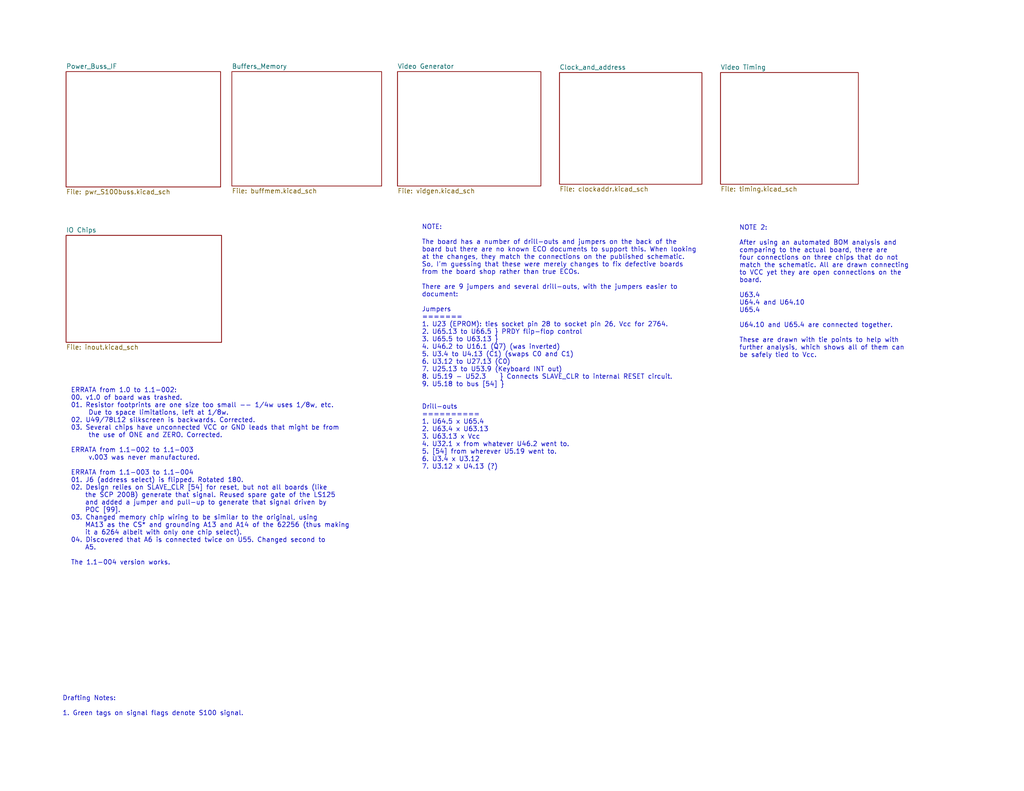
<source format=kicad_sch>
(kicad_sch (version 20211123) (generator eeschema)
  (paper "USLetter")
  (title_block (title "Lomas Color Magic Redux") (date "2024-08-16") (rev "1.1-004") (company "Lomas Data Produtcs") (comment 1 "Redraw/modifications (c) Richard A. Cini"))
  (lib_symbols)
  (text "NOTE:\n\nThe board has a number of drill-outs and jumpers on the back of the\nboard but there are no known ECO documents to support this. When looking\nat the changes, they match the connections on the published schematic.\nSo, I'm guessing that these were merely changes to fix defective boards\nfrom the board shop rather than true ECOs.\n\nThere are 9 jumpers and several drill-outs, with the jumpers easier to\ndocument:\n\nJumpers\n=======\n1. U23 (EPROM): ties socket pin 28 to socket pin 26, Vcc for 2764.\n2. U65.13 to U66.5 } PRDY flip-flop control\n3. U65.5 to U63.13 }\n4. U46.2 to U16.1 (Q7) (was inverted)\n5. U3.4 to U4.13 (C1) (swaps C0 and C1)\n6. U3.12 to U27.13 (C0)\n7. U25.13 to U53.9 (Keyboard INT out)\n8. U5.19 - U52.3    } Connects SLAVE_CLR to internal RESET circuit.\n9. U5.18 to bus [54] }\n\n\nDrill-outs\n==========\n1. U64.5 x U65.4\n2. U63.4 x U63.13\n3. U63.13 x Vcc\n4. U32.1 x from whatever U46.2 went to.\n5. [54] from wherever U5.19 went to.\n6. U3.4 x U3.12\n7. U3.12 x U4.13 (?)\n" (at 115.062 128.27 0) (effects (font (size 1.27 1.27)) (justify left bottom)))
  (text "NOTE 2:\n\nAfter using an automated BOM analysis and\ncomparing to the actual board, there are \nfour connections on three chips that do not\nmatch the schematic. All are drawn connecting\nto VCC yet they are open connections on the\nboard.\n\nU63.4\nU64.4 and U64.10\nU65.4\n\nU64.10 and U65.4 are connected together.\n\nThese are drawn with tie points to help with\nfurther analysis, which shows all of them can\nbe safely tied to Vcc." (at 201.676 97.79 0) (effects (font (size 1.27 1.27)) (justify left bottom)))
  (text "ERRATA from 1.0 to 1.1-002:\n00. v1.0 of board was trashed.\n01. Resistor footprints are one size too small -- 1/4w uses 1/8w, etc. \n	Due to space limitations, left at 1/8w.\n02. U49/78L12 silkscreen is backwards. Corrected.\n03. Several chips have unconnected VCC or GND leads that might be from\n	the use of ONE and ZERO. Corrected.\n\nERRATA from 1.1-002 to 1.1-003\n	v.003 was never manufactured.\n\nERRATA from 1.1-003 to 1.1-004\n01. J6 (address select) is flipped. Rotated 180.\n02. Design relies on SLAVE_CLR [54] for reset, but not all boards (like\n    the SCP 200B) generate that signal. Reused spare gate of the LS125\n    and added a jumper and pull-up to generate that signal driven by\n    POC [99].\n03. Changed memory chip wiring to be similar to the original, using\n    MA13 as the CS* and grounding A13 and A14 of the 62256 (thus making\n    it a 6264 albeit with only one chip select).\n04. Discovered that A6 is connected twice on U55. Changed second to\n    A5.\n\nThe 1.1-004 version works." (at 19.304 154.432 0) (effects (font (size 1.27 1.27)) (justify left bottom)))
  (text "Drafting Notes:\n\n1. Green tags on signal flags denote S100 signal." (at 17.018 195.58 0) (effects (font (size 1.27 1.27)) (justify left bottom)))
  (sheet (at 63.246 19.558) (size 40.894 31.242) (stroke (width 0.1524))
    (property "Sheet name" "Buffers_Memory" (at 63.246 18.8464 0) (effects (justify left bottom)))
    (property "Sheet file" "buffmem.kicad_sch" (at 63.246 51.3846 0) (effects (justify left top)))
  )
  (sheet (at 18.034 64.262) (size 42.418 29.21) (stroke (width 0.1524))
    (property "Sheet name" "IO Chips" (at 18.034 63.5504 0) (effects (justify left bottom)))
    (property "Sheet file" "inout.kicad_sch" (at 18.034 94.0566 0) (effects (justify left top)))
  )
  (sheet (at 18.034 19.558) (size 42.164 31.496) (stroke (width 0.1524))
    (property "Sheet name" "Power_Buss_IF" (at 18.034 18.8464 0) (effects (justify left bottom)))
    (property "Sheet file" "pwr_S100buss.kicad_sch" (at 18.034 51.6386 0) (effects (justify left top)))
  )
  (sheet (at 152.654 19.812) (size 38.862 30.48) (stroke (width 0.1524))
    (property "Sheet name" "Clock_and_address" (at 152.654 19.1004 0) (effects (justify left bottom)))
    (property "Sheet file" "clockaddr.kicad_sch" (at 152.654 50.8766 0) (effects (justify left top)))
  )
  (sheet (at 108.458 19.558) (size 39.116 31.242) (stroke (width 0.1524))
    (property "Sheet name" "Video Generator" (at 108.458 18.8464 0) (effects (justify left bottom)))
    (property "Sheet file" "vidgen.kicad_sch" (at 108.458 51.3846 0) (effects (justify left top)))
  )
  (sheet (at 196.596 19.812) (size 37.592 30.48) (stroke (width 0.1524))
    (property "Sheet name" "Video Timing" (at 196.596 19.1004 0) (effects (justify left bottom)))
    (property "Sheet file" "timing.kicad_sch" (at 196.596 50.8766 0) (effects (justify left top)))
  )
)
</source>
